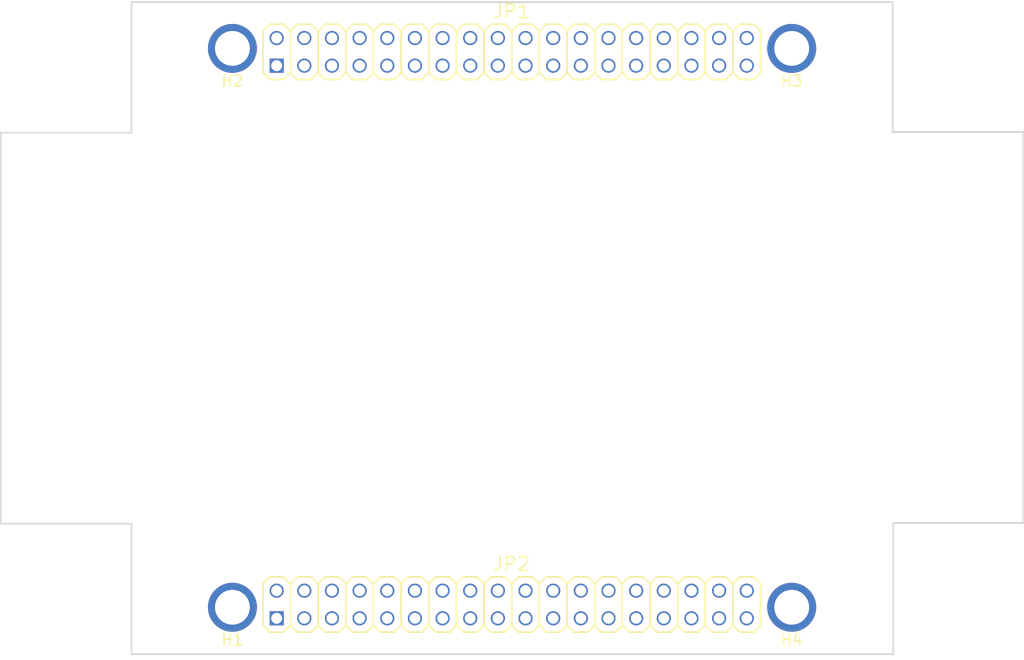
<source format=kicad_pcb>
(kicad_pcb (version 4) (host pcbnew 4.0.5-e0-6337~49~ubuntu16.04.1)

  (general
    (links 3)
    (no_connects 3)
    (area 101.461499 74.981999 195.528001 135.076001)
    (thickness 1.6)
    (drawings 12)
    (tracks 0)
    (zones 0)
    (modules 6)
    (nets 2)
  )

  (page A4)
  (layers
    (0 F.Cu signal)
    (31 B.Cu signal)
    (32 B.Adhes user)
    (33 F.Adhes user)
    (34 B.Paste user)
    (35 F.Paste user)
    (36 B.SilkS user)
    (37 F.SilkS user)
    (38 B.Mask user)
    (39 F.Mask user)
    (40 Dwgs.User user)
    (41 Cmts.User user)
    (42 Eco1.User user)
    (43 Eco2.User user)
    (44 Edge.Cuts user)
    (45 Margin user)
    (46 B.CrtYd user)
    (47 F.CrtYd user)
    (48 B.Fab user)
    (49 F.Fab user)
  )

  (setup
    (last_trace_width 0.25)
    (trace_clearance 0.2)
    (zone_clearance 0.508)
    (zone_45_only no)
    (trace_min 0.2)
    (segment_width 0.2)
    (edge_width 0.15)
    (via_size 0.6)
    (via_drill 0.4)
    (via_min_size 0.4)
    (via_min_drill 0.3)
    (uvia_size 0.3)
    (uvia_drill 0.1)
    (uvias_allowed no)
    (uvia_min_size 0.2)
    (uvia_min_drill 0.1)
    (pcb_text_width 0.3)
    (pcb_text_size 1.5 1.5)
    (mod_edge_width 0.15)
    (mod_text_size 1 1)
    (mod_text_width 0.15)
    (pad_size 1.524 1.524)
    (pad_drill 0.762)
    (pad_to_mask_clearance 0.2)
    (aux_axis_origin 0 0)
    (visible_elements FFFFFF7F)
    (pcbplotparams
      (layerselection 0x00030_80000001)
      (usegerberextensions false)
      (excludeedgelayer true)
      (linewidth 0.100000)
      (plotframeref false)
      (viasonmask false)
      (mode 1)
      (useauxorigin false)
      (hpglpennumber 1)
      (hpglpenspeed 20)
      (hpglpendiameter 15)
      (hpglpenoverlay 2)
      (psnegative false)
      (psa4output false)
      (plotreference true)
      (plotvalue true)
      (plotinvisibletext false)
      (padsonsilk false)
      (subtractmaskfromsilk false)
      (outputformat 1)
      (mirror false)
      (drillshape 1)
      (scaleselection 1)
      (outputdirectory ""))
  )

  (net 0 "")
  (net 1 /Case_ground)

  (net_class Default "This is the default net class."
    (clearance 0.2)
    (trace_width 0.25)
    (via_dia 0.6)
    (via_drill 0.4)
    (uvia_dia 0.3)
    (uvia_drill 0.1)
    (add_net /Case_ground)
  )

  (module SquantorPcbOutline:Drill_Hole_PB1 locked (layer F.Cu) (tedit 581BA65D) (tstamp 581BA896)
    (at 122.809 130.683)
    (path /581BA70C)
    (fp_text reference H1 (at 0 3) (layer F.SilkS)
      (effects (font (size 1 1) (thickness 0.15)))
    )
    (fp_text value Drill_Hole (at 0 -3.6) (layer F.Fab)
      (effects (font (size 1 1) (thickness 0.15)))
    )
    (pad S thru_hole circle (at 0 0) (size 4.5 4.5) (drill 3.2) (layers *.Cu *.Mask)
      (net 1 /Case_ground))
  )

  (module SquantorPcbOutline:Drill_Hole_PB1 locked (layer F.Cu) (tedit 581BA65D) (tstamp 581BA89B)
    (at 122.809 79.3115)
    (path /581BA7B6)
    (fp_text reference H2 (at 0 3) (layer F.SilkS)
      (effects (font (size 1 1) (thickness 0.15)))
    )
    (fp_text value Drill_Hole (at 0 -3.6) (layer F.Fab)
      (effects (font (size 1 1) (thickness 0.15)))
    )
    (pad S thru_hole circle (at 0 0) (size 4.5 4.5) (drill 3.2) (layers *.Cu *.Mask)
      (net 1 /Case_ground))
  )

  (module SquantorPcbOutline:Drill_Hole_PB1 locked (layer F.Cu) (tedit 581BA65D) (tstamp 581BA8A0)
    (at 174.1805 79.3115)
    (path /581BA74E)
    (fp_text reference H3 (at 0 3) (layer F.SilkS)
      (effects (font (size 1 1) (thickness 0.15)))
    )
    (fp_text value Drill_Hole (at 0 -3.6) (layer F.Fab)
      (effects (font (size 1 1) (thickness 0.15)))
    )
    (pad S thru_hole circle (at 0 0) (size 4.5 4.5) (drill 3.2) (layers *.Cu *.Mask)
      (net 1 /Case_ground))
  )

  (module SquantorPcbOutline:Drill_Hole_PB1 locked (layer F.Cu) (tedit 581BA65D) (tstamp 581BA8A5)
    (at 174.1805 130.683)
    (path /581BA7E5)
    (fp_text reference H4 (at 0 3) (layer F.SilkS)
      (effects (font (size 1 1) (thickness 0.15)))
    )
    (fp_text value Drill_Hole (at 0 -3.6) (layer F.Fab)
      (effects (font (size 1 1) (thickness 0.15)))
    )
    (pad S thru_hole circle (at 0 0) (size 4.5 4.5) (drill 3.2) (layers *.Cu *.Mask)
      (net 1 /Case_ground))
  )

  (module SquantorConnectors:Header-0254-2X18-H010 locked (layer F.Cu) (tedit 58867941) (tstamp 588992B5)
    (at 148.463 79.629)
    (descr "PIN HEADER")
    (tags "PIN HEADER")
    (path /581BBCE7)
    (attr virtual)
    (fp_text reference JP1 (at -0.02 -3.72) (layer F.SilkS)
      (effects (font (size 1.27 1.27) (thickness 0.15)))
    )
    (fp_text value PINHD-2X18 (at -0.02 4.09) (layer F.Fab)
      (effects (font (size 1.27 1.27) (thickness 0.15)))
    )
    (fp_line (start -22.86 1.905) (end -22.225 2.54) (layer F.SilkS) (width 0.1524))
    (fp_line (start -22.225 2.54) (end -20.955 2.54) (layer F.SilkS) (width 0.1524))
    (fp_line (start -20.955 2.54) (end -20.32 1.905) (layer F.SilkS) (width 0.1524))
    (fp_line (start -20.32 1.905) (end -19.685 2.54) (layer F.SilkS) (width 0.1524))
    (fp_line (start -19.685 2.54) (end -18.415 2.54) (layer F.SilkS) (width 0.1524))
    (fp_line (start -18.415 2.54) (end -17.78 1.905) (layer F.SilkS) (width 0.1524))
    (fp_line (start -17.78 1.905) (end -17.145 2.54) (layer F.SilkS) (width 0.1524))
    (fp_line (start -17.145 2.54) (end -15.875 2.54) (layer F.SilkS) (width 0.1524))
    (fp_line (start -15.875 2.54) (end -15.24 1.905) (layer F.SilkS) (width 0.1524))
    (fp_line (start -15.24 1.905) (end -14.605 2.54) (layer F.SilkS) (width 0.1524))
    (fp_line (start -14.605 2.54) (end -13.335 2.54) (layer F.SilkS) (width 0.1524))
    (fp_line (start -13.335 2.54) (end -12.7 1.905) (layer F.SilkS) (width 0.1524))
    (fp_line (start -12.7 1.905) (end -12.065 2.54) (layer F.SilkS) (width 0.1524))
    (fp_line (start -12.065 2.54) (end -10.795 2.54) (layer F.SilkS) (width 0.1524))
    (fp_line (start -10.795 2.54) (end -10.16 1.905) (layer F.SilkS) (width 0.1524))
    (fp_line (start -10.16 1.905) (end -9.525 2.54) (layer F.SilkS) (width 0.1524))
    (fp_line (start -9.525 2.54) (end -8.255 2.54) (layer F.SilkS) (width 0.1524))
    (fp_line (start -8.255 2.54) (end -7.62 1.905) (layer F.SilkS) (width 0.1524))
    (fp_line (start -22.86 1.905) (end -22.86 -1.905) (layer F.SilkS) (width 0.1524))
    (fp_line (start -22.86 -1.905) (end -22.225 -2.54) (layer F.SilkS) (width 0.1524))
    (fp_line (start -22.225 -2.54) (end -20.955 -2.54) (layer F.SilkS) (width 0.1524))
    (fp_line (start -20.955 -2.54) (end -20.32 -1.905) (layer F.SilkS) (width 0.1524))
    (fp_line (start -20.32 -1.905) (end -19.685 -2.54) (layer F.SilkS) (width 0.1524))
    (fp_line (start -19.685 -2.54) (end -18.415 -2.54) (layer F.SilkS) (width 0.1524))
    (fp_line (start -18.415 -2.54) (end -17.78 -1.905) (layer F.SilkS) (width 0.1524))
    (fp_line (start -17.78 -1.905) (end -17.145 -2.54) (layer F.SilkS) (width 0.1524))
    (fp_line (start -17.145 -2.54) (end -15.875 -2.54) (layer F.SilkS) (width 0.1524))
    (fp_line (start -15.875 -2.54) (end -15.24 -1.905) (layer F.SilkS) (width 0.1524))
    (fp_line (start -15.24 -1.905) (end -14.605 -2.54) (layer F.SilkS) (width 0.1524))
    (fp_line (start -14.605 -2.54) (end -13.335 -2.54) (layer F.SilkS) (width 0.1524))
    (fp_line (start -13.335 -2.54) (end -12.7 -1.905) (layer F.SilkS) (width 0.1524))
    (fp_line (start -12.7 -1.905) (end -12.065 -2.54) (layer F.SilkS) (width 0.1524))
    (fp_line (start -12.065 -2.54) (end -10.795 -2.54) (layer F.SilkS) (width 0.1524))
    (fp_line (start -10.795 -2.54) (end -10.16 -1.905) (layer F.SilkS) (width 0.1524))
    (fp_line (start -10.16 -1.905) (end -9.525 -2.54) (layer F.SilkS) (width 0.1524))
    (fp_line (start -9.525 -2.54) (end -8.255 -2.54) (layer F.SilkS) (width 0.1524))
    (fp_line (start -8.255 -2.54) (end -7.62 -1.905) (layer F.SilkS) (width 0.1524))
    (fp_line (start -7.62 -1.905) (end -6.985 -2.54) (layer F.SilkS) (width 0.1524))
    (fp_line (start -6.985 -2.54) (end -5.715 -2.54) (layer F.SilkS) (width 0.1524))
    (fp_line (start -5.715 -2.54) (end -5.08 -1.905) (layer F.SilkS) (width 0.1524))
    (fp_line (start -5.08 -1.905) (end -4.445 -2.54) (layer F.SilkS) (width 0.1524))
    (fp_line (start -4.445 -2.54) (end -3.175 -2.54) (layer F.SilkS) (width 0.1524))
    (fp_line (start -3.175 -2.54) (end -2.54 -1.905) (layer F.SilkS) (width 0.1524))
    (fp_line (start -2.54 -1.905) (end -1.905 -2.54) (layer F.SilkS) (width 0.1524))
    (fp_line (start -1.905 -2.54) (end -0.635 -2.54) (layer F.SilkS) (width 0.1524))
    (fp_line (start -0.635 -2.54) (end 0 -1.905) (layer F.SilkS) (width 0.1524))
    (fp_line (start 0 -1.905) (end 0.635 -2.54) (layer F.SilkS) (width 0.1524))
    (fp_line (start 0.635 -2.54) (end 1.905 -2.54) (layer F.SilkS) (width 0.1524))
    (fp_line (start 1.905 -2.54) (end 2.54 -1.905) (layer F.SilkS) (width 0.1524))
    (fp_line (start 2.54 -1.905) (end 3.175 -2.54) (layer F.SilkS) (width 0.1524))
    (fp_line (start 3.175 -2.54) (end 4.445 -2.54) (layer F.SilkS) (width 0.1524))
    (fp_line (start 4.445 -2.54) (end 5.08 -1.905) (layer F.SilkS) (width 0.1524))
    (fp_line (start 5.08 -1.905) (end 5.715 -2.54) (layer F.SilkS) (width 0.1524))
    (fp_line (start 5.715 -2.54) (end 6.985 -2.54) (layer F.SilkS) (width 0.1524))
    (fp_line (start 7.62 -1.905) (end 6.985 -2.54) (layer F.SilkS) (width 0.1524))
    (fp_line (start 7.62 -1.905) (end 8.255 -2.54) (layer F.SilkS) (width 0.1524))
    (fp_line (start 9.525 -2.54) (end 8.255 -2.54) (layer F.SilkS) (width 0.1524))
    (fp_line (start 9.525 -2.54) (end 10.16 -1.905) (layer F.SilkS) (width 0.1524))
    (fp_line (start 10.16 -1.905) (end 10.795 -2.54) (layer F.SilkS) (width 0.1524))
    (fp_line (start 12.065 -2.54) (end 10.795 -2.54) (layer F.SilkS) (width 0.1524))
    (fp_line (start 12.065 -2.54) (end 12.7 -1.905) (layer F.SilkS) (width 0.1524))
    (fp_line (start 12.7 -1.905) (end 13.335 -2.54) (layer F.SilkS) (width 0.1524))
    (fp_line (start 14.605 -2.54) (end 13.335 -2.54) (layer F.SilkS) (width 0.1524))
    (fp_line (start 14.605 -2.54) (end 15.24 -1.905) (layer F.SilkS) (width 0.1524))
    (fp_line (start 15.24 -1.905) (end 15.875 -2.54) (layer F.SilkS) (width 0.1524))
    (fp_line (start 17.145 -2.54) (end 15.875 -2.54) (layer F.SilkS) (width 0.1524))
    (fp_line (start 17.145 -2.54) (end 17.78 -1.905) (layer F.SilkS) (width 0.1524))
    (fp_line (start 17.78 -1.905) (end 18.415 -2.54) (layer F.SilkS) (width 0.1524))
    (fp_line (start 19.685 -2.54) (end 18.415 -2.54) (layer F.SilkS) (width 0.1524))
    (fp_line (start 19.685 -2.54) (end 20.32 -1.905) (layer F.SilkS) (width 0.1524))
    (fp_line (start 20.32 -1.905) (end 20.955 -2.54) (layer F.SilkS) (width 0.1524))
    (fp_line (start 22.225 -2.54) (end 20.955 -2.54) (layer F.SilkS) (width 0.1524))
    (fp_line (start 22.225 -2.54) (end 22.86 -1.905) (layer F.SilkS) (width 0.1524))
    (fp_line (start 22.86 1.905) (end 22.225 2.54) (layer F.SilkS) (width 0.1524))
    (fp_line (start 22.225 2.54) (end 20.955 2.54) (layer F.SilkS) (width 0.1524))
    (fp_line (start 20.32 1.905) (end 20.955 2.54) (layer F.SilkS) (width 0.1524))
    (fp_line (start 20.32 1.905) (end 19.685 2.54) (layer F.SilkS) (width 0.1524))
    (fp_line (start 19.685 2.54) (end 18.415 2.54) (layer F.SilkS) (width 0.1524))
    (fp_line (start 17.78 1.905) (end 18.415 2.54) (layer F.SilkS) (width 0.1524))
    (fp_line (start 17.78 1.905) (end 17.145 2.54) (layer F.SilkS) (width 0.1524))
    (fp_line (start 15.875 2.54) (end 17.145 2.54) (layer F.SilkS) (width 0.1524))
    (fp_line (start 15.875 2.54) (end 15.24 1.905) (layer F.SilkS) (width 0.1524))
    (fp_line (start 15.24 1.905) (end 14.605 2.54) (layer F.SilkS) (width 0.1524))
    (fp_line (start 13.335 2.54) (end 14.605 2.54) (layer F.SilkS) (width 0.1524))
    (fp_line (start 13.335 2.54) (end 12.7 1.905) (layer F.SilkS) (width 0.1524))
    (fp_line (start 12.7 1.905) (end 12.065 2.54) (layer F.SilkS) (width 0.1524))
    (fp_line (start 12.065 2.54) (end 10.795 2.54) (layer F.SilkS) (width 0.1524))
    (fp_line (start 10.16 1.905) (end 10.795 2.54) (layer F.SilkS) (width 0.1524))
    (fp_line (start 10.16 1.905) (end 9.525 2.54) (layer F.SilkS) (width 0.1524))
    (fp_line (start 9.525 2.54) (end 8.255 2.54) (layer F.SilkS) (width 0.1524))
    (fp_line (start 7.62 1.905) (end 8.255 2.54) (layer F.SilkS) (width 0.1524))
    (fp_line (start 7.62 1.905) (end 6.985 2.54) (layer F.SilkS) (width 0.1524))
    (fp_line (start 6.985 2.54) (end 5.715 2.54) (layer F.SilkS) (width 0.1524))
    (fp_line (start 5.08 1.905) (end 5.715 2.54) (layer F.SilkS) (width 0.1524))
    (fp_line (start 5.08 1.905) (end 4.445 2.54) (layer F.SilkS) (width 0.1524))
    (fp_line (start 4.445 2.54) (end 3.175 2.54) (layer F.SilkS) (width 0.1524))
    (fp_line (start 2.54 1.905) (end 3.175 2.54) (layer F.SilkS) (width 0.1524))
    (fp_line (start 2.54 1.905) (end 1.905 2.54) (layer F.SilkS) (width 0.1524))
    (fp_line (start 1.905 2.54) (end 0.635 2.54) (layer F.SilkS) (width 0.1524))
    (fp_line (start 0 1.905) (end 0.635 2.54) (layer F.SilkS) (width 0.1524))
    (fp_line (start 0 1.905) (end -0.635 2.54) (layer F.SilkS) (width 0.1524))
    (fp_line (start -0.635 2.54) (end -1.905 2.54) (layer F.SilkS) (width 0.1524))
    (fp_line (start -2.54 1.905) (end -1.905 2.54) (layer F.SilkS) (width 0.1524))
    (fp_line (start -2.54 1.905) (end -3.175 2.54) (layer F.SilkS) (width 0.1524))
    (fp_line (start -3.175 2.54) (end -4.445 2.54) (layer F.SilkS) (width 0.1524))
    (fp_line (start -5.08 1.905) (end -4.445 2.54) (layer F.SilkS) (width 0.1524))
    (fp_line (start -5.08 1.905) (end -5.715 2.54) (layer F.SilkS) (width 0.1524))
    (fp_line (start -5.715 2.54) (end -6.985 2.54) (layer F.SilkS) (width 0.1524))
    (fp_line (start -7.62 1.905) (end -6.985 2.54) (layer F.SilkS) (width 0.1524))
    (fp_line (start -20.32 -1.905) (end -20.32 1.905) (layer F.SilkS) (width 0.1524))
    (fp_line (start -17.78 -1.905) (end -17.78 1.905) (layer F.SilkS) (width 0.1524))
    (fp_line (start -15.24 -1.905) (end -15.24 1.905) (layer F.SilkS) (width 0.1524))
    (fp_line (start -12.7 -1.905) (end -12.7 1.905) (layer F.SilkS) (width 0.1524))
    (fp_line (start -10.16 -1.905) (end -10.16 1.905) (layer F.SilkS) (width 0.1524))
    (fp_line (start -7.62 -1.905) (end -7.62 1.905) (layer F.SilkS) (width 0.1524))
    (fp_line (start -5.08 -1.905) (end -5.08 1.905) (layer F.SilkS) (width 0.1524))
    (fp_line (start -2.54 -1.905) (end -2.54 1.905) (layer F.SilkS) (width 0.1524))
    (fp_line (start 0 -1.905) (end 0 1.905) (layer F.SilkS) (width 0.1524))
    (fp_line (start 2.54 -1.905) (end 2.54 1.905) (layer F.SilkS) (width 0.1524))
    (fp_line (start 5.08 -1.905) (end 5.08 1.905) (layer F.SilkS) (width 0.1524))
    (fp_line (start 7.62 -1.905) (end 7.62 1.905) (layer F.SilkS) (width 0.1524))
    (fp_line (start 10.16 -1.905) (end 10.16 1.905) (layer F.SilkS) (width 0.1524))
    (fp_line (start 12.7 -1.905) (end 12.7 1.905) (layer F.SilkS) (width 0.1524))
    (fp_line (start 15.24 -1.905) (end 15.24 1.905) (layer F.SilkS) (width 0.1524))
    (fp_line (start 17.78 -1.905) (end 17.78 1.905) (layer F.SilkS) (width 0.1524))
    (fp_line (start 20.32 -1.905) (end 20.32 1.905) (layer F.SilkS) (width 0.1524))
    (fp_line (start 22.86 -1.905) (end 22.86 1.905) (layer F.SilkS) (width 0.1524))
    (pad 1 thru_hole rect (at -21.59 1.27) (size 1.3 1.3) (drill 1) (layers *.Cu *.Mask))
    (pad 2 thru_hole circle (at -21.59 -1.27) (size 1.3 1.3) (drill 1) (layers *.Cu *.Mask))
    (pad 3 thru_hole circle (at -19.05 1.27) (size 1.3 1.3) (drill 1) (layers *.Cu *.Mask))
    (pad 4 thru_hole circle (at -19.05 -1.27) (size 1.3 1.3) (drill 1) (layers *.Cu *.Mask))
    (pad 5 thru_hole circle (at -16.51 1.27) (size 1.3 1.3) (drill 1) (layers *.Cu *.Mask))
    (pad 6 thru_hole circle (at -16.51 -1.27) (size 1.3 1.3) (drill 1) (layers *.Cu *.Mask))
    (pad 7 thru_hole circle (at -13.97 1.27) (size 1.3 1.3) (drill 1) (layers *.Cu *.Mask))
    (pad 8 thru_hole circle (at -13.97 -1.27) (size 1.3 1.3) (drill 1) (layers *.Cu *.Mask))
    (pad 9 thru_hole circle (at -11.43 1.27) (size 1.3 1.3) (drill 1) (layers *.Cu *.Mask))
    (pad 10 thru_hole circle (at -11.43 -1.27) (size 1.3 1.3) (drill 1) (layers *.Cu *.Mask))
    (pad 11 thru_hole circle (at -8.89 1.27) (size 1.3 1.3) (drill 1) (layers *.Cu *.Mask))
    (pad 12 thru_hole circle (at -8.89 -1.27) (size 1.3 1.3) (drill 1) (layers *.Cu *.Mask))
    (pad 13 thru_hole circle (at -6.35 1.27) (size 1.3 1.3) (drill 1) (layers *.Cu *.Mask))
    (pad 14 thru_hole circle (at -6.35 -1.27) (size 1.3 1.3) (drill 1) (layers *.Cu *.Mask))
    (pad 15 thru_hole circle (at -3.81 1.27) (size 1.3 1.3) (drill 1) (layers *.Cu *.Mask))
    (pad 16 thru_hole circle (at -3.81 -1.27) (size 1.3 1.3) (drill 1) (layers *.Cu *.Mask))
    (pad 17 thru_hole circle (at -1.27 1.27) (size 1.3 1.3) (drill 1) (layers *.Cu *.Mask))
    (pad 18 thru_hole circle (at -1.27 -1.27) (size 1.3 1.3) (drill 1) (layers *.Cu *.Mask))
    (pad 19 thru_hole circle (at 1.27 1.27) (size 1.3 1.3) (drill 1) (layers *.Cu *.Mask))
    (pad 20 thru_hole circle (at 1.27 -1.27) (size 1.3 1.3) (drill 1) (layers *.Cu *.Mask))
    (pad 21 thru_hole circle (at 3.81 1.27) (size 1.3 1.3) (drill 1) (layers *.Cu *.Mask))
    (pad 22 thru_hole circle (at 3.81 -1.27) (size 1.3 1.3) (drill 1) (layers *.Cu *.Mask))
    (pad 23 thru_hole circle (at 6.35 1.27) (size 1.3 1.3) (drill 1) (layers *.Cu *.Mask))
    (pad 24 thru_hole circle (at 6.35 -1.27) (size 1.3 1.3) (drill 1) (layers *.Cu *.Mask))
    (pad 25 thru_hole circle (at 8.89 1.27) (size 1.3 1.3) (drill 1) (layers *.Cu *.Mask))
    (pad 26 thru_hole circle (at 8.89 -1.27) (size 1.3 1.3) (drill 1) (layers *.Cu *.Mask))
    (pad 27 thru_hole circle (at 11.43 1.27) (size 1.3 1.3) (drill 1) (layers *.Cu *.Mask))
    (pad 28 thru_hole circle (at 11.43 -1.27) (size 1.3 1.3) (drill 1) (layers *.Cu *.Mask))
    (pad 29 thru_hole circle (at 13.97 1.27) (size 1.3 1.3) (drill 1) (layers *.Cu *.Mask))
    (pad 30 thru_hole circle (at 13.97 -1.27) (size 1.3 1.3) (drill 1) (layers *.Cu *.Mask))
    (pad 31 thru_hole circle (at 16.51 1.27) (size 1.3 1.3) (drill 1) (layers *.Cu *.Mask))
    (pad 32 thru_hole circle (at 16.51 -1.27) (size 1.3 1.3) (drill 1) (layers *.Cu *.Mask))
    (pad 33 thru_hole circle (at 19.05 1.27) (size 1.3 1.3) (drill 1) (layers *.Cu *.Mask))
    (pad 34 thru_hole circle (at 19.05 -1.27) (size 1.3 1.3) (drill 1) (layers *.Cu *.Mask))
    (pad 35 thru_hole circle (at 21.59 1.27) (size 1.3 1.3) (drill 1) (layers *.Cu *.Mask))
    (pad 36 thru_hole circle (at 21.59 -1.27) (size 1.3 1.3) (drill 1) (layers *.Cu *.Mask))
  )

  (module SquantorConnectors:Header-0254-2X18-H010 locked (layer F.Cu) (tedit 58867941) (tstamp 5889935B)
    (at 148.463 130.429)
    (descr "PIN HEADER")
    (tags "PIN HEADER")
    (path /581BC091)
    (attr virtual)
    (fp_text reference JP2 (at -0.02 -3.72) (layer F.SilkS)
      (effects (font (size 1.27 1.27) (thickness 0.15)))
    )
    (fp_text value PINHD-2X18 (at -0.02 4.09) (layer F.Fab)
      (effects (font (size 1.27 1.27) (thickness 0.15)))
    )
    (fp_line (start -22.86 1.905) (end -22.225 2.54) (layer F.SilkS) (width 0.1524))
    (fp_line (start -22.225 2.54) (end -20.955 2.54) (layer F.SilkS) (width 0.1524))
    (fp_line (start -20.955 2.54) (end -20.32 1.905) (layer F.SilkS) (width 0.1524))
    (fp_line (start -20.32 1.905) (end -19.685 2.54) (layer F.SilkS) (width 0.1524))
    (fp_line (start -19.685 2.54) (end -18.415 2.54) (layer F.SilkS) (width 0.1524))
    (fp_line (start -18.415 2.54) (end -17.78 1.905) (layer F.SilkS) (width 0.1524))
    (fp_line (start -17.78 1.905) (end -17.145 2.54) (layer F.SilkS) (width 0.1524))
    (fp_line (start -17.145 2.54) (end -15.875 2.54) (layer F.SilkS) (width 0.1524))
    (fp_line (start -15.875 2.54) (end -15.24 1.905) (layer F.SilkS) (width 0.1524))
    (fp_line (start -15.24 1.905) (end -14.605 2.54) (layer F.SilkS) (width 0.1524))
    (fp_line (start -14.605 2.54) (end -13.335 2.54) (layer F.SilkS) (width 0.1524))
    (fp_line (start -13.335 2.54) (end -12.7 1.905) (layer F.SilkS) (width 0.1524))
    (fp_line (start -12.7 1.905) (end -12.065 2.54) (layer F.SilkS) (width 0.1524))
    (fp_line (start -12.065 2.54) (end -10.795 2.54) (layer F.SilkS) (width 0.1524))
    (fp_line (start -10.795 2.54) (end -10.16 1.905) (layer F.SilkS) (width 0.1524))
    (fp_line (start -10.16 1.905) (end -9.525 2.54) (layer F.SilkS) (width 0.1524))
    (fp_line (start -9.525 2.54) (end -8.255 2.54) (layer F.SilkS) (width 0.1524))
    (fp_line (start -8.255 2.54) (end -7.62 1.905) (layer F.SilkS) (width 0.1524))
    (fp_line (start -22.86 1.905) (end -22.86 -1.905) (layer F.SilkS) (width 0.1524))
    (fp_line (start -22.86 -1.905) (end -22.225 -2.54) (layer F.SilkS) (width 0.1524))
    (fp_line (start -22.225 -2.54) (end -20.955 -2.54) (layer F.SilkS) (width 0.1524))
    (fp_line (start -20.955 -2.54) (end -20.32 -1.905) (layer F.SilkS) (width 0.1524))
    (fp_line (start -20.32 -1.905) (end -19.685 -2.54) (layer F.SilkS) (width 0.1524))
    (fp_line (start -19.685 -2.54) (end -18.415 -2.54) (layer F.SilkS) (width 0.1524))
    (fp_line (start -18.415 -2.54) (end -17.78 -1.905) (layer F.SilkS) (width 0.1524))
    (fp_line (start -17.78 -1.905) (end -17.145 -2.54) (layer F.SilkS) (width 0.1524))
    (fp_line (start -17.145 -2.54) (end -15.875 -2.54) (layer F.SilkS) (width 0.1524))
    (fp_line (start -15.875 -2.54) (end -15.24 -1.905) (layer F.SilkS) (width 0.1524))
    (fp_line (start -15.24 -1.905) (end -14.605 -2.54) (layer F.SilkS) (width 0.1524))
    (fp_line (start -14.605 -2.54) (end -13.335 -2.54) (layer F.SilkS) (width 0.1524))
    (fp_line (start -13.335 -2.54) (end -12.7 -1.905) (layer F.SilkS) (width 0.1524))
    (fp_line (start -12.7 -1.905) (end -12.065 -2.54) (layer F.SilkS) (width 0.1524))
    (fp_line (start -12.065 -2.54) (end -10.795 -2.54) (layer F.SilkS) (width 0.1524))
    (fp_line (start -10.795 -2.54) (end -10.16 -1.905) (layer F.SilkS) (width 0.1524))
    (fp_line (start -10.16 -1.905) (end -9.525 -2.54) (layer F.SilkS) (width 0.1524))
    (fp_line (start -9.525 -2.54) (end -8.255 -2.54) (layer F.SilkS) (width 0.1524))
    (fp_line (start -8.255 -2.54) (end -7.62 -1.905) (layer F.SilkS) (width 0.1524))
    (fp_line (start -7.62 -1.905) (end -6.985 -2.54) (layer F.SilkS) (width 0.1524))
    (fp_line (start -6.985 -2.54) (end -5.715 -2.54) (layer F.SilkS) (width 0.1524))
    (fp_line (start -5.715 -2.54) (end -5.08 -1.905) (layer F.SilkS) (width 0.1524))
    (fp_line (start -5.08 -1.905) (end -4.445 -2.54) (layer F.SilkS) (width 0.1524))
    (fp_line (start -4.445 -2.54) (end -3.175 -2.54) (layer F.SilkS) (width 0.1524))
    (fp_line (start -3.175 -2.54) (end -2.54 -1.905) (layer F.SilkS) (width 0.1524))
    (fp_line (start -2.54 -1.905) (end -1.905 -2.54) (layer F.SilkS) (width 0.1524))
    (fp_line (start -1.905 -2.54) (end -0.635 -2.54) (layer F.SilkS) (width 0.1524))
    (fp_line (start -0.635 -2.54) (end 0 -1.905) (layer F.SilkS) (width 0.1524))
    (fp_line (start 0 -1.905) (end 0.635 -2.54) (layer F.SilkS) (width 0.1524))
    (fp_line (start 0.635 -2.54) (end 1.905 -2.54) (layer F.SilkS) (width 0.1524))
    (fp_line (start 1.905 -2.54) (end 2.54 -1.905) (layer F.SilkS) (width 0.1524))
    (fp_line (start 2.54 -1.905) (end 3.175 -2.54) (layer F.SilkS) (width 0.1524))
    (fp_line (start 3.175 -2.54) (end 4.445 -2.54) (layer F.SilkS) (width 0.1524))
    (fp_line (start 4.445 -2.54) (end 5.08 -1.905) (layer F.SilkS) (width 0.1524))
    (fp_line (start 5.08 -1.905) (end 5.715 -2.54) (layer F.SilkS) (width 0.1524))
    (fp_line (start 5.715 -2.54) (end 6.985 -2.54) (layer F.SilkS) (width 0.1524))
    (fp_line (start 7.62 -1.905) (end 6.985 -2.54) (layer F.SilkS) (width 0.1524))
    (fp_line (start 7.62 -1.905) (end 8.255 -2.54) (layer F.SilkS) (width 0.1524))
    (fp_line (start 9.525 -2.54) (end 8.255 -2.54) (layer F.SilkS) (width 0.1524))
    (fp_line (start 9.525 -2.54) (end 10.16 -1.905) (layer F.SilkS) (width 0.1524))
    (fp_line (start 10.16 -1.905) (end 10.795 -2.54) (layer F.SilkS) (width 0.1524))
    (fp_line (start 12.065 -2.54) (end 10.795 -2.54) (layer F.SilkS) (width 0.1524))
    (fp_line (start 12.065 -2.54) (end 12.7 -1.905) (layer F.SilkS) (width 0.1524))
    (fp_line (start 12.7 -1.905) (end 13.335 -2.54) (layer F.SilkS) (width 0.1524))
    (fp_line (start 14.605 -2.54) (end 13.335 -2.54) (layer F.SilkS) (width 0.1524))
    (fp_line (start 14.605 -2.54) (end 15.24 -1.905) (layer F.SilkS) (width 0.1524))
    (fp_line (start 15.24 -1.905) (end 15.875 -2.54) (layer F.SilkS) (width 0.1524))
    (fp_line (start 17.145 -2.54) (end 15.875 -2.54) (layer F.SilkS) (width 0.1524))
    (fp_line (start 17.145 -2.54) (end 17.78 -1.905) (layer F.SilkS) (width 0.1524))
    (fp_line (start 17.78 -1.905) (end 18.415 -2.54) (layer F.SilkS) (width 0.1524))
    (fp_line (start 19.685 -2.54) (end 18.415 -2.54) (layer F.SilkS) (width 0.1524))
    (fp_line (start 19.685 -2.54) (end 20.32 -1.905) (layer F.SilkS) (width 0.1524))
    (fp_line (start 20.32 -1.905) (end 20.955 -2.54) (layer F.SilkS) (width 0.1524))
    (fp_line (start 22.225 -2.54) (end 20.955 -2.54) (layer F.SilkS) (width 0.1524))
    (fp_line (start 22.225 -2.54) (end 22.86 -1.905) (layer F.SilkS) (width 0.1524))
    (fp_line (start 22.86 1.905) (end 22.225 2.54) (layer F.SilkS) (width 0.1524))
    (fp_line (start 22.225 2.54) (end 20.955 2.54) (layer F.SilkS) (width 0.1524))
    (fp_line (start 20.32 1.905) (end 20.955 2.54) (layer F.SilkS) (width 0.1524))
    (fp_line (start 20.32 1.905) (end 19.685 2.54) (layer F.SilkS) (width 0.1524))
    (fp_line (start 19.685 2.54) (end 18.415 2.54) (layer F.SilkS) (width 0.1524))
    (fp_line (start 17.78 1.905) (end 18.415 2.54) (layer F.SilkS) (width 0.1524))
    (fp_line (start 17.78 1.905) (end 17.145 2.54) (layer F.SilkS) (width 0.1524))
    (fp_line (start 15.875 2.54) (end 17.145 2.54) (layer F.SilkS) (width 0.1524))
    (fp_line (start 15.875 2.54) (end 15.24 1.905) (layer F.SilkS) (width 0.1524))
    (fp_line (start 15.24 1.905) (end 14.605 2.54) (layer F.SilkS) (width 0.1524))
    (fp_line (start 13.335 2.54) (end 14.605 2.54) (layer F.SilkS) (width 0.1524))
    (fp_line (start 13.335 2.54) (end 12.7 1.905) (layer F.SilkS) (width 0.1524))
    (fp_line (start 12.7 1.905) (end 12.065 2.54) (layer F.SilkS) (width 0.1524))
    (fp_line (start 12.065 2.54) (end 10.795 2.54) (layer F.SilkS) (width 0.1524))
    (fp_line (start 10.16 1.905) (end 10.795 2.54) (layer F.SilkS) (width 0.1524))
    (fp_line (start 10.16 1.905) (end 9.525 2.54) (layer F.SilkS) (width 0.1524))
    (fp_line (start 9.525 2.54) (end 8.255 2.54) (layer F.SilkS) (width 0.1524))
    (fp_line (start 7.62 1.905) (end 8.255 2.54) (layer F.SilkS) (width 0.1524))
    (fp_line (start 7.62 1.905) (end 6.985 2.54) (layer F.SilkS) (width 0.1524))
    (fp_line (start 6.985 2.54) (end 5.715 2.54) (layer F.SilkS) (width 0.1524))
    (fp_line (start 5.08 1.905) (end 5.715 2.54) (layer F.SilkS) (width 0.1524))
    (fp_line (start 5.08 1.905) (end 4.445 2.54) (layer F.SilkS) (width 0.1524))
    (fp_line (start 4.445 2.54) (end 3.175 2.54) (layer F.SilkS) (width 0.1524))
    (fp_line (start 2.54 1.905) (end 3.175 2.54) (layer F.SilkS) (width 0.1524))
    (fp_line (start 2.54 1.905) (end 1.905 2.54) (layer F.SilkS) (width 0.1524))
    (fp_line (start 1.905 2.54) (end 0.635 2.54) (layer F.SilkS) (width 0.1524))
    (fp_line (start 0 1.905) (end 0.635 2.54) (layer F.SilkS) (width 0.1524))
    (fp_line (start 0 1.905) (end -0.635 2.54) (layer F.SilkS) (width 0.1524))
    (fp_line (start -0.635 2.54) (end -1.905 2.54) (layer F.SilkS) (width 0.1524))
    (fp_line (start -2.54 1.905) (end -1.905 2.54) (layer F.SilkS) (width 0.1524))
    (fp_line (start -2.54 1.905) (end -3.175 2.54) (layer F.SilkS) (width 0.1524))
    (fp_line (start -3.175 2.54) (end -4.445 2.54) (layer F.SilkS) (width 0.1524))
    (fp_line (start -5.08 1.905) (end -4.445 2.54) (layer F.SilkS) (width 0.1524))
    (fp_line (start -5.08 1.905) (end -5.715 2.54) (layer F.SilkS) (width 0.1524))
    (fp_line (start -5.715 2.54) (end -6.985 2.54) (layer F.SilkS) (width 0.1524))
    (fp_line (start -7.62 1.905) (end -6.985 2.54) (layer F.SilkS) (width 0.1524))
    (fp_line (start -20.32 -1.905) (end -20.32 1.905) (layer F.SilkS) (width 0.1524))
    (fp_line (start -17.78 -1.905) (end -17.78 1.905) (layer F.SilkS) (width 0.1524))
    (fp_line (start -15.24 -1.905) (end -15.24 1.905) (layer F.SilkS) (width 0.1524))
    (fp_line (start -12.7 -1.905) (end -12.7 1.905) (layer F.SilkS) (width 0.1524))
    (fp_line (start -10.16 -1.905) (end -10.16 1.905) (layer F.SilkS) (width 0.1524))
    (fp_line (start -7.62 -1.905) (end -7.62 1.905) (layer F.SilkS) (width 0.1524))
    (fp_line (start -5.08 -1.905) (end -5.08 1.905) (layer F.SilkS) (width 0.1524))
    (fp_line (start -2.54 -1.905) (end -2.54 1.905) (layer F.SilkS) (width 0.1524))
    (fp_line (start 0 -1.905) (end 0 1.905) (layer F.SilkS) (width 0.1524))
    (fp_line (start 2.54 -1.905) (end 2.54 1.905) (layer F.SilkS) (width 0.1524))
    (fp_line (start 5.08 -1.905) (end 5.08 1.905) (layer F.SilkS) (width 0.1524))
    (fp_line (start 7.62 -1.905) (end 7.62 1.905) (layer F.SilkS) (width 0.1524))
    (fp_line (start 10.16 -1.905) (end 10.16 1.905) (layer F.SilkS) (width 0.1524))
    (fp_line (start 12.7 -1.905) (end 12.7 1.905) (layer F.SilkS) (width 0.1524))
    (fp_line (start 15.24 -1.905) (end 15.24 1.905) (layer F.SilkS) (width 0.1524))
    (fp_line (start 17.78 -1.905) (end 17.78 1.905) (layer F.SilkS) (width 0.1524))
    (fp_line (start 20.32 -1.905) (end 20.32 1.905) (layer F.SilkS) (width 0.1524))
    (fp_line (start 22.86 -1.905) (end 22.86 1.905) (layer F.SilkS) (width 0.1524))
    (pad 1 thru_hole rect (at -21.59 1.27) (size 1.3 1.3) (drill 1) (layers *.Cu *.Mask))
    (pad 2 thru_hole circle (at -21.59 -1.27) (size 1.3 1.3) (drill 1) (layers *.Cu *.Mask))
    (pad 3 thru_hole circle (at -19.05 1.27) (size 1.3 1.3) (drill 1) (layers *.Cu *.Mask))
    (pad 4 thru_hole circle (at -19.05 -1.27) (size 1.3 1.3) (drill 1) (layers *.Cu *.Mask))
    (pad 5 thru_hole circle (at -16.51 1.27) (size 1.3 1.3) (drill 1) (layers *.Cu *.Mask))
    (pad 6 thru_hole circle (at -16.51 -1.27) (size 1.3 1.3) (drill 1) (layers *.Cu *.Mask))
    (pad 7 thru_hole circle (at -13.97 1.27) (size 1.3 1.3) (drill 1) (layers *.Cu *.Mask))
    (pad 8 thru_hole circle (at -13.97 -1.27) (size 1.3 1.3) (drill 1) (layers *.Cu *.Mask))
    (pad 9 thru_hole circle (at -11.43 1.27) (size 1.3 1.3) (drill 1) (layers *.Cu *.Mask))
    (pad 10 thru_hole circle (at -11.43 -1.27) (size 1.3 1.3) (drill 1) (layers *.Cu *.Mask))
    (pad 11 thru_hole circle (at -8.89 1.27) (size 1.3 1.3) (drill 1) (layers *.Cu *.Mask))
    (pad 12 thru_hole circle (at -8.89 -1.27) (size 1.3 1.3) (drill 1) (layers *.Cu *.Mask))
    (pad 13 thru_hole circle (at -6.35 1.27) (size 1.3 1.3) (drill 1) (layers *.Cu *.Mask))
    (pad 14 thru_hole circle (at -6.35 -1.27) (size 1.3 1.3) (drill 1) (layers *.Cu *.Mask))
    (pad 15 thru_hole circle (at -3.81 1.27) (size 1.3 1.3) (drill 1) (layers *.Cu *.Mask))
    (pad 16 thru_hole circle (at -3.81 -1.27) (size 1.3 1.3) (drill 1) (layers *.Cu *.Mask))
    (pad 17 thru_hole circle (at -1.27 1.27) (size 1.3 1.3) (drill 1) (layers *.Cu *.Mask))
    (pad 18 thru_hole circle (at -1.27 -1.27) (size 1.3 1.3) (drill 1) (layers *.Cu *.Mask))
    (pad 19 thru_hole circle (at 1.27 1.27) (size 1.3 1.3) (drill 1) (layers *.Cu *.Mask))
    (pad 20 thru_hole circle (at 1.27 -1.27) (size 1.3 1.3) (drill 1) (layers *.Cu *.Mask))
    (pad 21 thru_hole circle (at 3.81 1.27) (size 1.3 1.3) (drill 1) (layers *.Cu *.Mask))
    (pad 22 thru_hole circle (at 3.81 -1.27) (size 1.3 1.3) (drill 1) (layers *.Cu *.Mask))
    (pad 23 thru_hole circle (at 6.35 1.27) (size 1.3 1.3) (drill 1) (layers *.Cu *.Mask))
    (pad 24 thru_hole circle (at 6.35 -1.27) (size 1.3 1.3) (drill 1) (layers *.Cu *.Mask))
    (pad 25 thru_hole circle (at 8.89 1.27) (size 1.3 1.3) (drill 1) (layers *.Cu *.Mask))
    (pad 26 thru_hole circle (at 8.89 -1.27) (size 1.3 1.3) (drill 1) (layers *.Cu *.Mask))
    (pad 27 thru_hole circle (at 11.43 1.27) (size 1.3 1.3) (drill 1) (layers *.Cu *.Mask))
    (pad 28 thru_hole circle (at 11.43 -1.27) (size 1.3 1.3) (drill 1) (layers *.Cu *.Mask))
    (pad 29 thru_hole circle (at 13.97 1.27) (size 1.3 1.3) (drill 1) (layers *.Cu *.Mask))
    (pad 30 thru_hole circle (at 13.97 -1.27) (size 1.3 1.3) (drill 1) (layers *.Cu *.Mask))
    (pad 31 thru_hole circle (at 16.51 1.27) (size 1.3 1.3) (drill 1) (layers *.Cu *.Mask))
    (pad 32 thru_hole circle (at 16.51 -1.27) (size 1.3 1.3) (drill 1) (layers *.Cu *.Mask))
    (pad 33 thru_hole circle (at 19.05 1.27) (size 1.3 1.3) (drill 1) (layers *.Cu *.Mask))
    (pad 34 thru_hole circle (at 19.05 -1.27) (size 1.3 1.3) (drill 1) (layers *.Cu *.Mask))
    (pad 35 thru_hole circle (at 21.59 1.27) (size 1.3 1.3) (drill 1) (layers *.Cu *.Mask))
    (pad 36 thru_hole circle (at 21.59 -1.27) (size 1.3 1.3) (drill 1) (layers *.Cu *.Mask))
  )

  (gr_line (start 113.538 87.0585) (end 113.538 75.057) (angle 90) (layer Edge.Cuts) (width 0.15))
  (gr_line (start 101.5365 87.0585) (end 113.538 87.0585) (angle 90) (layer Edge.Cuts) (width 0.15))
  (gr_line (start 101.5365 122.9995) (end 101.5365 87.0585) (angle 90) (layer Edge.Cuts) (width 0.15))
  (gr_line (start 113.538 122.9995) (end 101.5365 122.9995) (angle 90) (layer Edge.Cuts) (width 0.15))
  (gr_line (start 113.538 135.001) (end 113.538 122.9995) (angle 90) (layer Edge.Cuts) (width 0.15))
  (gr_line (start 183.515 135.001) (end 113.538 135.001) (angle 90) (layer Edge.Cuts) (width 0.15))
  (gr_line (start 183.515 122.936) (end 183.515 135.001) (angle 90) (layer Edge.Cuts) (width 0.15))
  (gr_line (start 195.453 122.936) (end 183.515 122.936) (angle 90) (layer Edge.Cuts) (width 0.15))
  (gr_line (start 195.453 86.995) (end 195.453 122.936) (angle 90) (layer Edge.Cuts) (width 0.15))
  (gr_line (start 183.4515 86.995) (end 195.453 86.995) (angle 90) (layer Edge.Cuts) (width 0.15))
  (gr_line (start 183.4515 75.057) (end 183.4515 86.995) (angle 90) (layer Edge.Cuts) (width 0.15))
  (gr_line (start 113.538 75.057) (end 183.4515 75.057) (angle 90) (layer Edge.Cuts) (width 0.15))

)

</source>
